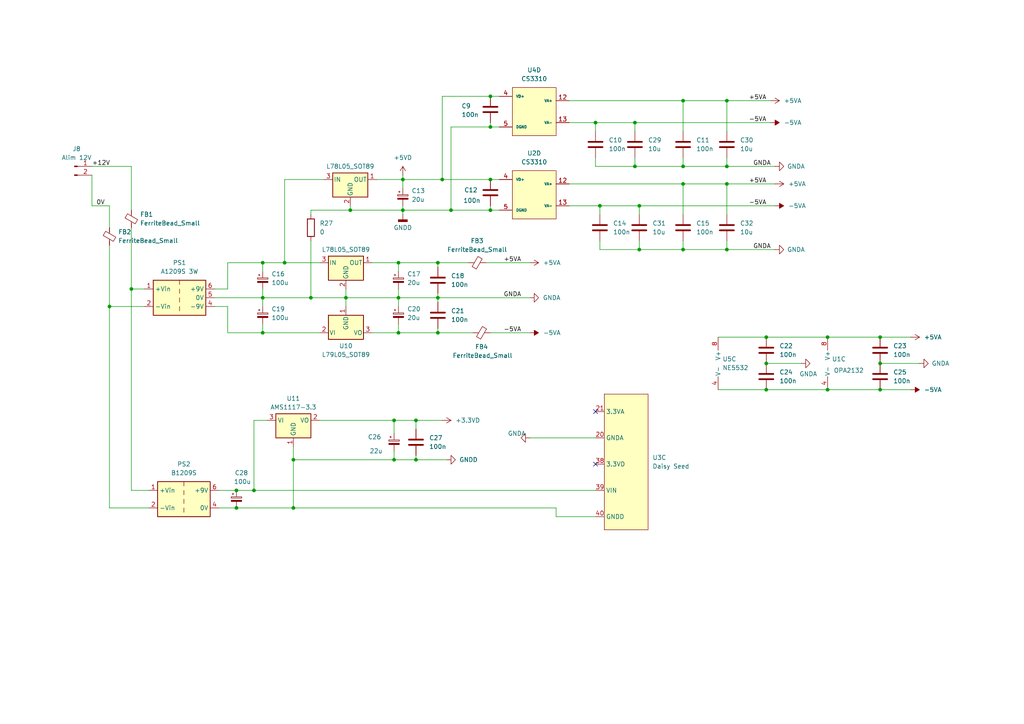
<source format=kicad_sch>
(kicad_sch (version 20250114) (generator "eeschema") (generator_version "9.0")
  (paper "A4")
  (lib_symbols
    (symbol "@Projet_sym:A1209S"
      (property "Reference" "PS" (at -7.62 6.35 0))
      (property "Value" "A1209S 2W" (at 1.27 6.35 0))
      (symbol "A1209S_0_0"
        (pin power_in line (at -10.16 2.54 0) (length 2.54) (name "+Vin") (number "1"))
        (pin power_in line (at -10.16 -2.54 0) (length 2.54) (name "-Vin") (number "2"))
        (pin power_out line (at 10.16 0 180) (length 2.54) (name "0V") (number "5"))
      )
      (symbol "A1209S_0_1"
        (rectangle (start -7.62 5.08) (end 7.62 -5.08) (stroke (width 0.254)) (fill (type background)))
        (polyline (pts (xy 0 5.08) (xy 0 3.81)))
        (polyline (pts (xy 0 2.54) (xy 0 1.27)))
        (polyline (pts (xy 0 0) (xy 0 -1.27)))
        (polyline (pts (xy 0 -2.54) (xy 0 -3.81)))
      )
      (symbol "A1209S_1_0"
        (pin power_out line (at 10.16 2.54 180) (length 2.54) (name "+9V") (number "6"))
        (pin power_out line (at 10.16 -2.54 180) (length 2.54) (name "-9V") (number "4"))
      )
    )
    (symbol "@Projet_sym:B1209S"
      (property "Reference" "PS" (at -7.62 6.35 0))
      (property "Value" "B1209S" (at 1.27 6.35 0))
      (symbol "B1209S_0_0"
        (pin power_in line (at -10.16 2.54 0) (length 2.54) (name "+Vin") (number "1"))
        (pin power_in line (at -10.16 -2.54 0) (length 2.54) (name "-Vin") (number "2"))
      )
      (symbol "B1209S_0_1"
        (rectangle (start -7.62 5.08) (end 7.62 -5.08) (stroke (width 0.254)) (fill (type background)))
        (polyline (pts (xy 0 5.08) (xy 0 3.81)))
        (polyline (pts (xy 0 2.54) (xy 0 1.27)))
        (polyline (pts (xy 0 0) (xy 0 -1.27)))
        (polyline (pts (xy 0 -2.54) (xy 0 -3.81)))
      )
      (symbol "B1209S_1_0"
        (pin power_out line (at 10.16 2.54 180) (length 2.54) (name "+9V") (number "6"))
        (pin power_out line (at 10.16 -2.54 180) (length 2.54) (name "0V") (number "4"))
      )
    )
    (symbol "@Projet_sym:CS3310" (pin_names (offset 1.016))
      (property "Reference" "U" (at -4.318 9.652 0))
      (property "Value" "CS3310" (at -1.524 7.366 0))
      (symbol "CS3310_1_1"
        (unit_name "Ana_Left")
        (polyline (pts (xy -6.35 0) (xy -5.08 0)))
        (polyline (pts (xy 6.223 0) (xy -5.08 5.715) (xy -5.08 -5.715) (xy 6.223 0)) (stroke (width 0.254)) (fill (type background)))
        (pin input line (at -8.89 0 0) (length 3.048) (name "AINL") (number "16"))
        (pin power_in line (at 0 -7.62 90) (length 4.318) (name "AGNDL") (number "15"))
        (pin output line (at 8.89 0 180) (length 2.794) (name "AOUTL") (number "14"))
      )
      (symbol "CS3310_2_1"
        (unit_name "Ana_Right")
        (polyline (pts (xy -6.35 0) (xy -5.08 0)))
        (polyline (pts (xy 6.223 0) (xy -5.08 5.715) (xy -5.08 -5.715) (xy 6.223 0)) (stroke (width 0.254)) (fill (type background)))
        (pin input line (at -8.89 0 0) (length 3.048) (name "AINR") (number "9"))
        (pin power_in line (at 0 -7.62 90) (length 4.318) (name "AGNDR") (number "10"))
        (pin output line (at 8.89 0 180) (length 2.794) (name "AOUTR") (number "11"))
      )
      (symbol "CS3310_3_1"
        (unit_name "Logic")
        (rectangle (start -7.62 5.08) (end 6.35 -16.51) (fill (type background)))
        (pin input line (at -12.7 2.54 0) (length 5.08) (name "SDATAI") (number "3"))
        (pin input inverted (at -12.7 -1.27 0) (length 5.08) (name "CS") (number "2"))
        (pin input line (at -12.7 -5.08 0) (length 5.08) (name "SCLK") (number "6"))
        (pin input inverted (at -12.7 -10.16 0) (length 5.08) (name "MUTE") (number "8"))
        (pin input line (at -12.7 -13.97 0) (length 5.08) (name "ZCEN") (number "1"))
        (pin output line (at 11.43 -13.97 180) (length 5.08) (name "SDATAO") (number "7"))
      )
      (symbol "CS3310_4_1"
        (unit_name "Alim")
        (rectangle (start -6.35 5.08) (end 6.35 -8.89) (fill (type background)))
        (pin power_in line (at -10.16 2.54 0) (length 3.81) (name "VD+") (number "4"))
        (pin power_in line (at -10.16 -6.35 0) (length 3.81) (name "DGND") (number "5"))
        (pin power_in line (at 10.16 1.27 180) (length 3.81) (name "VA+") (number "12"))
        (pin power_in line (at 10.16 -5.08 180) (length 3.81) (name "VA-") (number "13"))
      )
    )
    (symbol "@Projet_sym:Daisy_Seed"
      (symbol "Daisy_Seed_1_1"
        (unit_name "Audio")
        (rectangle (start -3.81 1.27) (end 5.08 -38.1) (fill (type background)))
        (pin input line (at -7.62 -1.27 0) (length 3.81) (name "INL") (number "16"))
        (pin input line (at -7.62 -11.43 0) (length 3.81) (name "INR") (number "17"))
        (pin output line (at -7.62 -25.4 0) (length 3.81) (name "OUTL") (number "18"))
        (pin output line (at -7.62 -35.56 0) (length 3.81) (name "OUTR") (number "19"))
      )
      (symbol "Daisy_Seed_2_1"
        (unit_name "E/S")
        (rectangle (start -8.89 1.27) (end 8.89 -62.23) (fill (type background)))
        (pin bidirectional line (at -12.7 -2.54 0) (length 3.81) (name "D15") (number "22"))
        (pin bidirectional line (at -12.7 -6.35 0) (length 3.81) (name "D16") (number "23"))
        (pin bidirectional line (at -12.7 -10.16 0) (length 3.81) (name "D17") (number "24"))
        (pin bidirectional line (at -12.7 -13.97 0) (length 3.81) (name "D18") (number "25"))
        (pin bidirectional line (at -12.7 -17.78 0) (length 3.81) (name "D19") (number "26"))
        (pin bidirectional line (at -12.7 -21.59 0) (length 3.81) (name "D20") (number "27"))
        (pin bidirectional line (at -12.7 -25.4 0) (length 3.81) (name "D21") (number "28"))
        (pin bidirectional line (at -12.7 -29.21 0) (length 3.81) (name "D22") (number "29"))
        (pin bidirectional line (at -12.7 -33.02 0) (length 3.81) (name "D23") (number "30"))
        (pin bidirectional line (at -12.7 -36.83 0) (length 3.81) (name "D24") (number "31"))
        (pin bidirectional line (at -12.7 -40.64 0) (length 3.81) (name "D25") (number "32"))
        (pin bidirectional line (at -12.7 -44.45 0) (length 3.81) (name "D26") (number "33"))
        (pin bidirectional line (at -12.7 -48.26 0) (length 3.81) (name "D27") (number "34"))
        (pin bidirectional line (at -12.7 -52.07 0) (length 3.81) (name "D28") (number "35"))
        (pin bidirectional line (at -12.7 -55.88 0) (length 3.81) (name "D29") (number "36"))
        (pin bidirectional line (at -12.7 -59.69 0) (length 3.81) (name "D30") (number "37"))
        (pin bidirectional line (at 12.7 -6.35 180) (length 3.81) (name "D14") (number "15"))
        (pin bidirectional line (at 12.7 -10.16 180) (length 3.81) (name "D13") (number "14"))
        (pin bidirectional line (at 12.7 -13.97 180) (length 3.81) (name "D12") (number "13"))
        (pin bidirectional line (at 12.7 -17.78 180) (length 3.81) (name "D11") (number "12"))
        (pin bidirectional line (at 12.7 -21.59 180) (length 3.81) (name "D10") (number "11"))
        (pin bidirectional line (at 12.7 -25.4 180) (length 3.81) (name "D9") (number "10"))
        (pin bidirectional line (at 12.7 -29.21 180) (length 3.81) (name "D8") (number "9"))
        (pin bidirectional line (at 12.7 -33.02 180) (length 3.81) (name "D7") (number "8"))
        (pin bidirectional line (at 12.7 -36.83 180) (length 3.81) (name "D6") (number "7"))
        (pin bidirectional line (at 12.7 -40.64 180) (length 3.81) (name "D5") (number "6"))
        (pin bidirectional line (at 12.7 -44.45 180) (length 3.81) (name "D4") (number "5"))
        (pin bidirectional line (at 12.7 -48.26 180) (length 3.81) (name "D3") (number "4"))
        (pin bidirectional line (at 12.7 -52.07 180) (length 3.81) (name "D2") (number "3"))
        (pin bidirectional line (at 12.7 -55.88 180) (length 3.81) (name "D1") (number "2"))
        (pin bidirectional line (at 12.7 -59.69 180) (length 3.81) (name "D0") (number "1"))
      )
      (symbol "Daisy_Seed_3_1"
        (unit_name "Alim")
        (rectangle (start -6.35 2.54) (end 6.35 -36.83) (fill (type background)))
        (pin input line (at -8.89 -2.54 0) (length 2.54) (name "3.3VA") (number "21"))
        (pin input line (at -8.89 -10.16 0) (length 2.54) (name "GNDA") (number "20"))
        (pin input line (at -8.89 -17.78 0) (length 2.54) (name "3.3VD") (number "38"))
        (pin input line (at -8.89 -25.4 0) (length 2.54) (name "VIN") (number "39"))
        (pin input line (at -8.89 -33.02 0) (length 2.54) (name "GNDD") (number "40"))
      )
    )
    (symbol "@Projet_sym:FerriteBead_Small" (pin_numbers (hide yes)) (pin_names (offset 0))
      (property "Reference" "FB" (at 1.905 1.27 0))
      (property "Value" "FerriteBead_Small" (at 1.905 -1.27 0))
      (symbol "FerriteBead_Small_0_1"
        (polyline (pts (xy -1.8288 0.2794) (xy -1.1176 1.4986) (xy 1.8288 -0.2032) (xy 1.1176 -1.4224) (xy -1.8288 0.2794)))
        (polyline (pts (xy 0 0.889) (xy 0 1.2954)))
        (polyline (pts (xy 0 -1.27) (xy 0 -0.7874)))
      )
      (symbol "FerriteBead_Small_1_1"
        (pin power_in line (at 0 2.54 270) (length 1.27) (name "~") (number "1"))
        (pin power_out line (at 0 -2.54 90) (length 1.27) (name "~") (number "2"))
      )
    )
    (symbol "Amplifier_Operational:NE5532" (pin_names (offset 0.127))
      (property "Reference" "U" (at 0 5.08 0))
      (property "Value" "NE5532" (at 0 -5.08 0))
      (symbol "NE5532_1_1"
        (polyline (pts (xy -5.08 5.08) (xy 5.08 0) (xy -5.08 -5.08) (xy -5.08 5.08)) (stroke (width 0.254)) (fill (type background)))
        (pin input line (at -7.62 2.54 0) (length 2.54) (name "+") (number "3"))
        (pin input line (at -7.62 -2.54 0) (length 2.54) (name "-") (number "2"))
        (pin output line (at 7.62 0 180) (length 2.54) (name "~") (number "1"))
      )
      (symbol "NE5532_2_1"
        (polyline (pts (xy -5.08 5.08) (xy 5.08 0) (xy -5.08 -5.08) (xy -5.08 5.08)) (stroke (width 0.254)) (fill (type background)))
        (pin input line (at -7.62 2.54 0) (length 2.54) (name "+") (number "5"))
        (pin input line (at -7.62 -2.54 0) (length 2.54) (name "-") (number "6"))
        (pin output line (at 7.62 0 180) (length 2.54) (name "~") (number "7"))
      )
      (symbol "NE5532_3_1"
        (pin power_in line (at -2.54 7.62 270) (length 3.81) (name "V+") (number "8"))
        (pin power_in line (at -2.54 -7.62 90) (length 3.81) (name "V-") (number "4"))
      )
    )
    (symbol "Amplifier_Operational:OPA2134" (pin_names (offset 0.127))
      (property "Reference" "U" (at 0 5.08 0))
      (property "Value" "OPA2134" (at 0 -5.08 0))
      (symbol "OPA2134_1_1"
        (polyline (pts (xy -5.08 5.08) (xy 5.08 0) (xy -5.08 -5.08) (xy -5.08 5.08)) (stroke (width 0.254)) (fill (type background)))
        (pin input line (at -7.62 2.54 0) (length 2.54) (name "+") (number "3"))
        (pin input line (at -7.62 -2.54 0) (length 2.54) (name "-") (number "2"))
        (pin output line (at 7.62 0 180) (length 2.54) (name "~") (number "1"))
      )
      (symbol "OPA2134_2_1"
        (polyline (pts (xy -5.08 5.08) (xy 5.08 0) (xy -5.08 -5.08) (xy -5.08 5.08)) (stroke (width 0.254)) (fill (type background)))
        (pin input line (at -7.62 2.54 0) (length 2.54) (name "+") (number "5"))
        (pin input line (at -7.62 -2.54 0) (length 2.54) (name "-") (number "6"))
        (pin output line (at 7.62 0 180) (length 2.54) (name "~") (number "7"))
      )
      (symbol "OPA2134_3_1"
        (pin power_in line (at -2.54 7.62 270) (length 3.81) (name "V+") (number "8"))
        (pin power_in line (at -2.54 -7.62 90) (length 3.81) (name "V-") (number "4"))
      )
    )
    (symbol "Connector:Conn_01x02_Pin" (pin_names (offset 1.016) (hide yes))
      (property "Reference" "J" (at 0 2.54 0))
      (property "Value" "Conn_01x02_Pin" (at 0 -5.08 0))
      (symbol "Conn_01x02_Pin_1_1"
        (rectangle (start 0.8636 0.127) (end 0 -0.127) (stroke (width 0.1524)) (fill (type outline)))
        (rectangle (start 0.8636 -2.413) (end 0 -2.667) (stroke (width 0.1524)) (fill (type outline)))
        (polyline (pts (xy 1.27 0) (xy 0.8636 0)) (stroke (width 0.1524)))
        (polyline (pts (xy 1.27 -2.54) (xy 0.8636 -2.54)) (stroke (width 0.1524)))
        (pin passive line (at 5.08 0 180) (length 3.81) (name "Pin_1") (number "1"))
        (pin passive line (at 5.08 -2.54 180) (length 3.81) (name "Pin_2") (number "2"))
      )
    )
    (symbol "Device:C" (pin_numbers (hide yes)) (pin_names (offset 0.254))
      (property "Reference" "C" (at 0.635 2.54 0))
      (property "Value" "C" (at 0.635 -2.54 0))
      (symbol "C_0_1"
        (polyline (pts (xy -2.032 0.762) (xy 2.032 0.762)) (stroke (width 0.508)))
        (polyline (pts (xy -2.032 -0.762) (xy 2.032 -0.762)) (stroke (width 0.508)))
      )
      (symbol "C_1_1"
        (pin passive line (at 0 3.81 270) (length 2.794) (name "~") (number "1"))
        (pin passive line (at 0 -3.81 90) (length 2.794) (name "~") (number "2"))
      )
    )
    (symbol "Device:C_Polarized_Small" (pin_numbers (hide yes)) (pin_names (offset 0.254) (hide yes))
      (property "Reference" "C" (at 0.254 1.778 0))
      (property "Value" "C_Polarized_Small" (at 0.254 -2.032 0))
      (symbol "C_Polarized_Small_0_1"
        (rectangle (start -1.524 0.6858) (end 1.524 0.3048))
        (rectangle (start -1.524 -0.3048) (end 1.524 -0.6858) (fill (type outline)))
        (polyline (pts (xy -1.27 1.524) (xy -0.762 1.524)))
        (polyline (pts (xy -1.016 1.27) (xy -1.016 1.778)))
      )
      (symbol "C_Polarized_Small_1_1"
        (pin passive line (at 0 2.54 270) (length 1.8542) (name "~") (number "1"))
        (pin passive line (at 0 -2.54 90) (length 1.8542) (name "~") (number "2"))
      )
    )
    (symbol "Device:R" (pin_numbers (hide yes)) (pin_names (offset 0))
      (property "Reference" "R" (at 2.032 0 90))
      (property "Value" "R" (at 0 0 90))
      (symbol "R_0_1"
        (rectangle (start -1.016 -2.54) (end 1.016 2.54) (stroke (width 0.254)))
      )
      (symbol "R_1_1"
        (pin passive line (at 0 3.81 270) (length 1.27) (name "~") (number "1"))
        (pin passive line (at 0 -3.81 90) (length 1.27) (name "~") (number "2"))
      )
    )
    (symbol "Regulator_Linear:AMS1117-3.3"
      (property "Reference" "U" (at -3.81 3.175 0))
      (property "Value" "AMS1117-3.3" (at 0 3.175 0))
      (symbol "AMS1117-3.3_0_1"
        (rectangle (start -5.08 -5.08) (end 5.08 1.905) (stroke (width 0.254)) (fill (type background)))
      )
      (symbol "AMS1117-3.3_1_1"
        (pin power_in line (at -7.62 0 0) (length 2.54) (name "VI") (number "3"))
        (pin power_in line (at 0 -7.62 90) (length 2.54) (name "GND") (number "1"))
        (pin power_out line (at 7.62 0 180) (length 2.54) (name "VO") (number "2"))
      )
    )
    (symbol "Regulator_Linear:L78L05_SOT89" (pin_names (offset 0.254))
      (property "Reference" "U" (at -3.81 3.175 0))
      (property "Value" "L78L05_SOT89" (at -0.635 3.175 0))
      (symbol "L78L05_SOT89_0_1"
        (rectangle (start -5.08 1.905) (end 5.08 -5.08) (stroke (width 0.254)) (fill (type background)))
      )
      (symbol "L78L05_SOT89_1_1"
        (pin power_in line (at -7.62 0 0) (length 2.54) (name "IN") (number "3"))
        (pin power_in line (at 0 -7.62 90) (length 2.54) (name "GND") (number "2"))
        (pin power_out line (at 7.62 0 180) (length 2.54) (name "OUT") (number "1"))
      )
    )
    (symbol "Regulator_Linear:L79L05_SOT89" (pin_names (offset 0.254))
      (property "Reference" "U" (at -3.81 -3.175 0))
      (property "Value" "L79L05_SOT89" (at 0 -3.175 0))
      (symbol "L79L05_SOT89_0_1"
        (rectangle (start -5.08 5.08) (end 5.08 -1.905) (stroke (width 0.254)) (fill (type background)))
      )
      (symbol "L79L05_SOT89_1_1"
        (pin power_in line (at -7.62 0 0) (length 2.54) (name "VI") (number "2"))
        (pin power_in line (at 0 7.62 270) (length 2.54) (name "GND") (number "1"))
        (pin power_out line (at 7.62 0 180) (length 2.54) (name "VO") (number "3"))
      )
    )
    (symbol "power:+5VA" (power) (pin_numbers (hide yes)) (pin_names (offset 0) (hide yes))
      (property "Value" "+5VA" (at 0 3.556 0))
      (symbol "+5VA_0_1"
        (polyline (pts (xy -0.762 1.27) (xy 0 2.54)))
        (polyline (pts (xy 0 2.54) (xy 0.762 1.27)))
        (polyline (pts (xy 0 0) (xy 0 2.54)))
      )
      (symbol "+5VA_1_1"
        (pin power_in line (at 0 0 90) (length 0) (name "~") (number "1"))
      )
    )
    (symbol "power:+5VD" (power) (pin_numbers (hide yes)) (pin_names (offset 0) (hide yes))
      (property "Value" "+5VD" (at 0 3.556 0))
      (symbol "+5VD_0_1"
        (polyline (pts (xy -0.762 1.27) (xy 0 2.54)))
        (polyline (pts (xy 0 2.54) (xy 0.762 1.27)))
        (polyline (pts (xy 0 0) (xy 0 2.54)))
      )
      (symbol "+5VD_1_1"
        (pin power_in line (at 0 0 90) (length 0) (name "~") (number "1"))
      )
    )
    (symbol "power:-5VA" (power) (pin_numbers (hide yes)) (pin_names (offset 0) (hide yes))
      (property "Value" "-5VA" (at 0 3.556 0))
      (symbol "-5VA_0_0"
        (pin power_in line (at 0 0 90) (length 0) (name "~") (number "1"))
      )
      (symbol "-5VA_0_1"
        (polyline (pts (xy 0 0) (xy 0 1.27) (xy 0.762 1.27) (xy 0 2.54) (xy -0.762 1.27) (xy 0 1.27)) (fill (type outline)))
      )
    )
    (symbol "power:GNDA" (power) (pin_numbers (hide yes)) (pin_names (offset 0) (hide yes))
      (property "Value" "GNDA" (at 0 -3.81 0))
      (symbol "GNDA_0_1"
        (polyline (pts (xy 0 0) (xy 0 -1.27) (xy 1.27 -1.27) (xy 0 -2.54) (xy -1.27 -1.27) (xy 0 -1.27)))
      )
      (symbol "GNDA_1_1"
        (pin power_in line (at 0 0 270) (length 0) (name "~") (number "1"))
      )
    )
    (symbol "power:GNDD" (power) (pin_numbers (hide yes)) (pin_names (offset 0) (hide yes))
      (property "Value" "GNDD" (at 0 -3.175 0))
      (symbol "GNDD_0_1"
        (rectangle (start -1.27 -1.524) (end 1.27 -2.032) (stroke (width 0.254)) (fill (type outline)))
        (polyline (pts (xy 0 0) (xy 0 -1.524)))
      )
      (symbol "GNDD_1_1"
        (pin power_in line (at 0 0 270) (length 0) (name "~") (number "1"))
      )
    )
  )
  (junction (at 222.25 105.41))
  (junction (at 255.27 105.41))
  (junction (at 115.57 86.36))
  (junction (at 210.82 72.39))
  (junction (at 116.84 60.96))
  (junction (at 76.2 76.2))
  (junction (at 130.81 60.96))
  (junction (at 38.1 83.82))
  (junction (at 240.03 113.03))
  (junction (at 82.55 76.2))
  (junction (at 76.2 96.52))
  (junction (at 85.09 147.32))
  (junction (at 90.17 86.36))
  (junction (at 184.15 48.26))
  (junction (at 101.6 60.96))
  (junction (at 184.15 35.56))
  (junction (at 142.24 27.94))
  (junction (at 120.65 121.92))
  (junction (at 198.12 72.39))
  (junction (at 210.82 29.21))
  (junction (at 115.57 76.2))
  (junction (at 173.99 59.69))
  (junction (at 222.25 97.79))
  (junction (at 142.24 60.96))
  (junction (at 31.75 88.9))
  (junction (at 68.58 147.32))
  (junction (at 198.12 29.21))
  (junction (at 210.82 48.26))
  (junction (at 100.33 86.36))
  (junction (at 222.25 113.03))
  (junction (at 127 86.36))
  (junction (at 185.42 72.39))
  (junction (at 115.57 96.52))
  (junction (at 85.09 133.35))
  (junction (at 114.3 133.35))
  (junction (at 198.12 53.34))
  (junction (at 142.24 36.83))
  (junction (at 76.2 86.36))
  (junction (at 114.3 121.92))
  (junction (at 73.66 142.24))
  (junction (at 240.03 97.79))
  (junction (at 185.42 59.69))
  (junction (at 255.27 97.79))
  (junction (at 120.65 133.35))
  (junction (at 210.82 53.34))
  (junction (at 116.84 52.07))
  (junction (at 198.12 48.26))
  (junction (at 172.72 35.56))
  (junction (at 128.27 52.07))
  (junction (at 127 76.2))
  (junction (at 255.27 113.03))
  (junction (at 127 96.52))
  (junction (at 142.24 52.07))
  (junction (at 68.58 142.24))
  (no_connect (at 172.72 134.62))
  (no_connect (at 172.72 119.38))
  (wire (pts (xy 198.12 29.21) (xy 198.12 38.1)))
  (wire (pts (xy 127 76.2) (xy 135.89 76.2)))
  (wire (pts (xy 114.3 133.35) (xy 120.65 133.35)))
  (wire (pts (xy 165.1 59.69) (xy 173.99 59.69)))
  (wire (pts (xy 210.82 72.39) (xy 224.79 72.39)))
  (wire (pts (xy 115.57 96.52) (xy 127 96.52)))
  (wire (pts (xy 114.3 121.92) (xy 120.65 121.92)))
  (wire (pts (xy 66.04 83.82) (xy 66.04 76.2)))
  (wire (pts (xy 210.82 48.26) (xy 224.79 48.26)))
  (wire (pts (xy 76.2 86.36) (xy 76.2 88.9)))
  (wire (pts (xy 184.15 35.56) (xy 184.15 38.1)))
  (wire (pts (xy 120.65 133.35) (xy 129.54 133.35)))
  (wire (pts (xy 210.82 69.85) (xy 210.82 72.39)))
  (wire (pts (xy 165.1 35.56) (xy 172.72 35.56)))
  (wire (pts (xy 127 85.09) (xy 127 86.36)))
  (wire (pts (xy 120.65 133.35) (xy 120.65 132.08)))
  (wire (pts (xy 210.82 29.21) (xy 223.52 29.21)))
  (wire (pts (xy 66.04 76.2) (xy 76.2 76.2)))
  (wire (pts (xy 198.12 53.34) (xy 198.12 62.23)))
  (wire (pts (xy 38.1 142.24) (xy 43.18 142.24)))
  (wire (pts (xy 185.42 59.69) (xy 224.79 59.69)))
  (wire (pts (xy 76.2 83.82) (xy 76.2 86.36)))
  (wire (pts (xy 100.33 83.82) (xy 100.33 86.36)))
  (wire (pts (xy 240.03 97.79) (xy 255.27 97.79)))
  (wire (pts (xy 62.23 88.9) (xy 66.04 88.9)))
  (wire (pts (xy 142.24 60.96) (xy 144.78 60.96)))
  (wire (pts (xy 85.09 133.35) (xy 85.09 147.32)))
  (wire (pts (xy 172.72 35.56) (xy 184.15 35.56)))
  (wire (pts (xy 173.99 69.85) (xy 173.99 72.39)))
  (wire (pts (xy 144.78 27.94) (xy 142.24 27.94)))
  (wire (pts (xy 100.33 86.36) (xy 115.57 86.36)))
  (wire (pts (xy 115.57 93.98) (xy 115.57 96.52)))
  (wire (pts (xy 101.6 60.96) (xy 116.84 60.96)))
  (wire (pts (xy 90.17 86.36) (xy 100.33 86.36)))
  (wire (pts (xy 38.1 66.04) (xy 38.1 83.82)))
  (wire (pts (xy 144.78 36.83) (xy 142.24 36.83)))
  (wire (pts (xy 116.84 50.8) (xy 116.84 52.07)))
  (wire (pts (xy 130.81 36.83) (xy 130.81 60.96)))
  (wire (pts (xy 38.1 48.26) (xy 38.1 60.96)))
  (wire (pts (xy 161.29 149.86) (xy 161.29 147.32)))
  (wire (pts (xy 222.25 113.03) (xy 240.03 113.03)))
  (wire (pts (xy 222.25 97.79) (xy 240.03 97.79)))
  (wire (pts (xy 185.42 69.85) (xy 185.42 72.39)))
  (wire (pts (xy 114.3 121.92) (xy 114.3 125.73)))
  (wire (pts (xy 208.28 97.79) (xy 222.25 97.79)))
  (wire (pts (xy 127 96.52) (xy 137.16 96.52)))
  (wire (pts (xy 120.65 121.92) (xy 120.65 124.46)))
  (wire (pts (xy 107.95 76.2) (xy 115.57 76.2)))
  (wire (pts (xy 63.5 147.32) (xy 68.58 147.32)))
  (wire (pts (xy 85.09 133.35) (xy 114.3 133.35)))
  (wire (pts (xy 116.84 52.07) (xy 116.84 54.61)))
  (wire (pts (xy 116.84 52.07) (xy 128.27 52.07)))
  (wire (pts (xy 115.57 83.82) (xy 115.57 86.36)))
  (wire (pts (xy 165.1 53.34) (xy 198.12 53.34)))
  (wire (pts (xy 185.42 72.39) (xy 198.12 72.39)))
  (wire (pts (xy 198.12 69.85) (xy 198.12 72.39)))
  (wire (pts (xy 198.12 53.34) (xy 210.82 53.34)))
  (wire (pts (xy 93.98 52.07) (xy 82.55 52.07)))
  (wire (pts (xy 90.17 62.23) (xy 90.17 60.96)))
  (wire (pts (xy 165.1 29.21) (xy 198.12 29.21)))
  (wire (pts (xy 210.82 53.34) (xy 224.79 53.34)))
  (wire (pts (xy 184.15 45.72) (xy 184.15 48.26)))
  (wire (pts (xy 140.97 76.2) (xy 153.67 76.2)))
  (wire (pts (xy 116.84 60.96) (xy 116.84 62.23)))
  (wire (pts (xy 101.6 60.96) (xy 101.6 59.69)))
  (wire (pts (xy 240.03 113.03) (xy 255.27 113.03)))
  (wire (pts (xy 153.67 127) (xy 172.72 127)))
  (wire (pts (xy 82.55 52.07) (xy 82.55 76.2)))
  (wire (pts (xy 198.12 72.39) (xy 210.82 72.39)))
  (wire (pts (xy 107.95 96.52) (xy 115.57 96.52)))
  (wire (pts (xy 62.23 83.82) (xy 66.04 83.82)))
  (wire (pts (xy 142.24 27.94) (xy 128.27 27.94)))
  (wire (pts (xy 26.67 48.26) (xy 38.1 48.26)))
  (wire (pts (xy 161.29 149.86) (xy 172.72 149.86)))
  (wire (pts (xy 127 76.2) (xy 127 77.47)))
  (wire (pts (xy 116.84 60.96) (xy 130.81 60.96)))
  (wire (pts (xy 128.27 27.94) (xy 128.27 52.07)))
  (wire (pts (xy 222.25 105.41) (xy 232.41 105.41)))
  (wire (pts (xy 184.15 35.56) (xy 223.52 35.56)))
  (wire (pts (xy 127 96.52) (xy 127 95.25)))
  (wire (pts (xy 142.24 36.83) (xy 130.81 36.83)))
  (wire (pts (xy 26.67 59.69) (xy 31.75 59.69)))
  (wire (pts (xy 62.23 86.36) (xy 76.2 86.36)))
  (wire (pts (xy 173.99 59.69) (xy 185.42 59.69)))
  (wire (pts (xy 116.84 59.69) (xy 116.84 60.96)))
  (wire (pts (xy 115.57 76.2) (xy 115.57 78.74)))
  (wire (pts (xy 130.81 60.96) (xy 142.24 60.96)))
  (wire (pts (xy 31.75 88.9) (xy 31.75 71.12)))
  (wire (pts (xy 68.58 147.32) (xy 85.09 147.32)))
  (wire (pts (xy 38.1 83.82) (xy 41.91 83.82)))
  (wire (pts (xy 255.27 97.79) (xy 264.16 97.79)))
  (wire (pts (xy 198.12 45.72) (xy 198.12 48.26)))
  (wire (pts (xy 120.65 121.92) (xy 128.27 121.92)))
  (wire (pts (xy 31.75 66.04) (xy 31.75 59.69)))
  (wire (pts (xy 92.71 121.92) (xy 114.3 121.92)))
  (wire (pts (xy 142.24 59.69) (xy 142.24 60.96)))
  (wire (pts (xy 76.2 86.36) (xy 90.17 86.36)))
  (wire (pts (xy 77.47 121.92) (xy 73.66 121.92)))
  (wire (pts (xy 38.1 83.82) (xy 38.1 142.24)))
  (wire (pts (xy 172.72 35.56) (xy 172.72 38.1)))
  (wire (pts (xy 127 86.36) (xy 153.67 86.36)))
  (wire (pts (xy 198.12 29.21) (xy 210.82 29.21)))
  (wire (pts (xy 68.58 142.24) (xy 73.66 142.24)))
  (wire (pts (xy 73.66 121.92) (xy 73.66 142.24)))
  (wire (pts (xy 210.82 45.72) (xy 210.82 48.26)))
  (wire (pts (xy 76.2 76.2) (xy 76.2 78.74)))
  (wire (pts (xy 127 86.36) (xy 127 87.63)))
  (wire (pts (xy 90.17 60.96) (xy 101.6 60.96)))
  (wire (pts (xy 73.66 142.24) (xy 172.72 142.24)))
  (wire (pts (xy 31.75 147.32) (xy 43.18 147.32)))
  (wire (pts (xy 210.82 29.21) (xy 210.82 38.1)))
  (wire (pts (xy 142.24 35.56) (xy 142.24 36.83)))
  (wire (pts (xy 185.42 59.69) (xy 185.42 62.23)))
  (wire (pts (xy 31.75 88.9) (xy 41.91 88.9)))
  (wire (pts (xy 82.55 76.2) (xy 92.71 76.2)))
  (wire (pts (xy 90.17 86.36) (xy 90.17 69.85)))
  (wire (pts (xy 100.33 86.36) (xy 100.33 88.9)))
  (wire (pts (xy 184.15 48.26) (xy 198.12 48.26)))
  (wire (pts (xy 109.22 52.07) (xy 116.84 52.07)))
  (wire (pts (xy 76.2 93.98) (xy 76.2 96.52)))
  (wire (pts (xy 210.82 62.23) (xy 210.82 53.34)))
  (wire (pts (xy 115.57 86.36) (xy 115.57 88.9)))
  (wire (pts (xy 142.24 96.52) (xy 153.67 96.52)))
  (wire (pts (xy 173.99 59.69) (xy 173.99 62.23)))
  (wire (pts (xy 173.99 72.39) (xy 185.42 72.39)))
  (wire (pts (xy 63.5 142.24) (xy 68.58 142.24)))
  (wire (pts (xy 114.3 130.81) (xy 114.3 133.35)))
  (wire (pts (xy 172.72 48.26) (xy 184.15 48.26)))
  (wire (pts (xy 66.04 88.9) (xy 66.04 96.52)))
  (wire (pts (xy 66.04 96.52) (xy 76.2 96.52)))
  (wire (pts (xy 31.75 147.32) (xy 31.75 88.9)))
  (wire (pts (xy 85.09 129.54) (xy 85.09 133.35)))
  (wire (pts (xy 128.27 52.07) (xy 142.24 52.07)))
  (wire (pts (xy 76.2 96.52) (xy 92.71 96.52)))
  (wire (pts (xy 115.57 86.36) (xy 127 86.36)))
  (wire (pts (xy 26.67 50.8) (xy 26.67 59.69)))
  (wire (pts (xy 255.27 113.03) (xy 264.16 113.03)))
  (wire (pts (xy 76.2 76.2) (xy 82.55 76.2)))
  (wire (pts (xy 142.24 52.07) (xy 144.78 52.07)))
  (wire (pts (xy 172.72 45.72) (xy 172.72 48.26)))
  (wire (pts (xy 85.09 147.32) (xy 161.29 147.32)))
  (wire (pts (xy 115.57 76.2) (xy 127 76.2)))
  (wire (pts (xy 208.28 113.03) (xy 222.25 113.03)))
  (wire (pts (xy 198.12 48.26) (xy 210.82 48.26)))
  (wire (pts (xy 255.27 105.41) (xy 266.7 105.41)))
  (label "GNDA" (at 146.05 86.36 0))
  (label "GNDA" (at 218.44 48.26 0))
  (label "+12V" (at 26.67 48.26 0))
  (label "+5VA" (at 146.05 76.2 0))
  (label "+5VA" (at 217.17 29.21 0))
  (label "GNDA" (at 218.44 72.39 0))
  (label "-5VA" (at 217.17 59.69 0))
  (label "+5VA" (at 217.17 53.34 0))
  (label "-5VA" (at 146.05 96.52 0))
  (label "-5VA" (at 217.17 35.56 0))
  (label "0V" (at 27.94 59.69 0))
  (symbol (lib_id "power:-5VA") (at 223.52 35.56 270) (unit 1)
    (property "Reference" "#PWR014" (effects (hide yes)))
    (property "Value" "-5VA" (at 227.33 35.5599 90) (effects (justify left)))
    (property "Description" "Power symbol creates a global label with name \"-5VA\"" (effects (hide yes)))
  )
  (symbol (lib_id "Device:C") (at 198.12 41.91 0) (unit 1)
    (property "Reference" "C11" (at 201.93 40.6399 0) (effects (justify left)))
    (property "Value" "100n" (at 201.93 43.1799 0) (effects (justify left)))
    (property "Footprint" "Capacitor_SMD:C_0805_2012Metric_Pad1.18x1.45mm_HandSolder" (effects (hide yes)))
    (property "Description" "Unpolarized capacitor" (effects (hide yes)))
  )
  (symbol (lib_id "Device:C") (at 127 81.28 0) (unit 1)
    (property "Reference" "C18" (at 130.81 80.0099 0) (effects (justify left)))
    (property "Value" "100n" (at 130.81 82.5499 0) (effects (justify left)))
    (property "Footprint" "Capacitor_SMD:C_0805_2012Metric_Pad1.18x1.45mm_HandSolder" (effects (hide yes)))
    (property "Description" "Unpolarized capacitor" (effects (hide yes)))
  )
  (symbol (lib_id "power:-5VA") (at 224.79 59.69 270) (unit 1)
    (property "Reference" "#PWR018" (effects (hide yes)))
    (property "Value" "-5VA" (at 228.6 59.6899 90) (effects (justify left)))
    (property "Description" "Power symbol creates a global label with name \"-5VA\"" (effects (hide yes)))
  )
  (symbol (lib_id "@Projet_sym:FerriteBead_Small") (at 139.7 96.52 90) (unit 1)
    (property "Reference" "FB4" (at 139.7 100.584 90))
    (property "Value" "FerriteBead_Small" (at 139.954 103.124 90))
    (property "Footprint" "Inductor_SMD:L_0805_2012Metric_Pad1.15x1.40mm_HandSolder" (effects (hide yes)))
    (property "Description" "Ferrite bead, small symbol" (effects (hide yes)))
  )
  (symbol (lib_id "Device:C") (at 185.42 66.04 0) (unit 1)
    (property "Reference" "C31" (at 189.23 64.7699 0) (effects (justify left)))
    (property "Value" "10u" (at 189.23 67.3099 0) (effects (justify left)))
    (property "Footprint" "Capacitor_SMD:C_1206_3216Metric_Pad1.33x1.80mm_HandSolder" (effects (hide yes)))
    (property "Description" "Unpolarized capacitor" (effects (hide yes)))
  )
  (symbol (lib_id "Regulator_Linear:L78L05_SOT89") (at 101.6 52.07 0) (unit 1)
    (property "Reference" "U8" (effects (hide yes)))
    (property "Value" "L78L05_SOT89" (at 101.6 48.26 0))
    (property "Footprint" "Package_TO_SOT_SMD:SOT-89-3" (effects (hide yes)))
    (property "Datasheet" "http://www.st.com/content/ccc/resource/technical/document/datasheet/15/55/e5/aa/23/5b/43/fd/CD00000446.pdf/files/CD00000446.pdf/jcr:content/translations/en.CD00000446.pdf" (effects (hide yes)))
    (property "Description" "Positive 100mA 30V Linear Regulator, Fixed Output 5V, SOT-89" (effects (hide yes)))
  )
  (symbol (lib_id "Regulator_Linear:L78L05_SOT89") (at 100.33 76.2 0) (unit 1)
    (property "Reference" "U9" (effects (hide yes)))
    (property "Value" "L78L05_SOT89" (at 100.33 72.39 0))
    (property "Footprint" "Package_TO_SOT_SMD:SOT-89-3" (effects (hide yes)))
    (property "Datasheet" "http://www.st.com/content/ccc/resource/technical/document/datasheet/15/55/e5/aa/23/5b/43/fd/CD00000446.pdf/files/CD00000446.pdf/jcr:content/translations/en.CD00000446.pdf" (effects (hide yes)))
    (property "Description" "Positive 100mA 30V Linear Regulator, Fixed Output 5V, SOT-89" (effects (hide yes)))
  )
  (symbol (lib_id "Device:C_Polarized_Small") (at 114.3 128.27 0) (unit 1)
    (property "Reference" "C26" (at 106.68 126.746 0) (effects (justify left)))
    (property "Value" "22u" (at 107.188 130.81 0) (effects (justify left)))
    (property "Footprint" "Capacitor_SMD:CP_Elec_5x5.4" (effects (hide yes)))
    (property "Description" "Polarized capacitor, small symbol" (effects (hide yes)))
  )
  (symbol (lib_id "power:+5VA") (at 153.67 76.2 270) (unit 1)
    (property "Reference" "#PWR021" (effects (hide yes)))
    (property "Value" "+5VA" (at 157.48 76.1999 90) (effects (justify left)))
    (property "Description" "Power symbol creates a global label with name \"+5VA\"" (effects (hide yes)))
  )
  (symbol (lib_id "power:+5VA") (at 223.52 29.21 270) (unit 1)
    (property "Reference" "#PWR013" (effects (hide yes)))
    (property "Value" "+5VA" (at 227.33 29.2099 90) (effects (justify left)))
    (property "Description" "Power symbol creates a global label with name \"+5VA\"" (effects (hide yes)))
  )
  (symbol (lib_id "Device:C") (at 210.82 41.91 0) (unit 1)
    (property "Reference" "C30" (at 214.63 40.6399 0) (effects (justify left)))
    (property "Value" "10u" (at 214.63 43.1799 0) (effects (justify left)))
    (property "Footprint" "Capacitor_SMD:C_1206_3216Metric_Pad1.33x1.80mm_HandSolder" (effects (hide yes)))
    (property "Description" "Unpolarized capacitor" (effects (hide yes)))
  )
  (symbol (lib_id "@Projet_sym:CS3310") (at 154.94 54.61 0) (unit 4)
    (property "Reference" "U2" (at 154.94 44.45 0))
    (property "Value" "CS3310" (at 154.94 46.99 0))
    (property "Footprint" "Package_SO:SOIC-16W_7.5x10.3mm_P1.27mm" (effects (hide yes)))
  )
  (symbol (lib_id "@Projet_sym:Daisy_Seed") (at 181.61 116.84 0) (unit 3)
    (property "Reference" "U3" (at 189.23 132.7149 0) (effects (justify left)))
    (property "Value" "Daisy Seed" (at 189.23 135.2549 0) (effects (justify left)))
    (property "Footprint" "Package_DIP:DIP-40_W15.24mm_Socket_LongPads" (effects (hide yes)))
  )
  (symbol (lib_id "Device:C") (at 210.82 66.04 0) (unit 1)
    (property "Reference" "C32" (at 214.63 64.7699 0) (effects (justify left)))
    (property "Value" "10u" (at 214.63 67.3099 0) (effects (justify left)))
    (property "Footprint" "Capacitor_SMD:C_1206_3216Metric_Pad1.33x1.80mm_HandSolder" (effects (hide yes)))
    (property "Description" "Unpolarized capacitor" (effects (hide yes)))
  )
  (symbol (lib_id "power:GNDA") (at 224.79 48.26 90) (unit 1)
    (property "Reference" "#PWR015" (effects (hide yes)))
    (property "Value" "GNDA" (at 230.886 48.26 90))
    (property "Description" "Power symbol creates a global label with name \"GNDA\" , analog ground" (effects (hide yes)))
  )
  (symbol (lib_id "Device:C") (at 172.72 41.91 0) (unit 1)
    (property "Reference" "C10" (at 176.53 40.6399 0) (effects (justify left)))
    (property "Value" "100n" (at 176.53 43.1799 0) (effects (justify left)))
    (property "Footprint" "Capacitor_SMD:C_0805_2012Metric_Pad1.18x1.45mm_HandSolder" (effects (hide yes)))
    (property "Description" "Unpolarized capacitor" (effects (hide yes)))
  )
  (symbol (lib_id "Device:C") (at 127 91.44 0) (unit 1)
    (property "Reference" "C21" (at 130.81 90.1699 0) (effects (justify left)))
    (property "Value" "100n" (at 130.81 92.7099 0) (effects (justify left)))
    (property "Footprint" "Capacitor_SMD:C_0805_2012Metric_Pad1.18x1.45mm_HandSolder" (effects (hide yes)))
    (property "Description" "Unpolarized capacitor" (effects (hide yes)))
  )
  (symbol (lib_id "Device:C_Polarized_Small") (at 116.84 57.15 0) (unit 1)
    (property "Reference" "C13" (at 119.38 55.3338 0) (effects (justify left)))
    (property "Value" "20u" (at 119.38 57.8738 0) (effects (justify left)))
    (property "Footprint" "Capacitor_SMD:CP_Elec_5x5.4" (effects (hide yes)))
    (property "Description" "Polarized capacitor, small symbol" (effects (hide yes)))
  )
  (symbol (lib_id "Connector:Conn_01x02_Pin") (at 21.59 48.26 0) (unit 1)
    (property "Reference" "J8" (at 22.225 43.18 0))
    (property "Value" "Alim 12V" (at 22.225 45.72 0))
    (property "Footprint" "Connector_PinHeader_2.54mm:PinHeader_1x02_P2.54mm_Vertical" (effects (hide yes)))
    (property "Description" "Generic connector, single row, 01x02, script generated" (effects (hide yes)))
  )
  (symbol (lib_id "Device:C_Polarized_Small") (at 76.2 91.44 0) (unit 1)
    (property "Reference" "C19" (at 78.74 89.6238 0) (effects (justify left)))
    (property "Value" "100u" (at 78.74 92.1638 0) (effects (justify left)))
    (property "Footprint" "Capacitor_SMD:CP_Elec_6.3x7.7" (effects (hide yes)))
    (property "Description" "Polarized capacitor, small symbol" (effects (hide yes)))
  )
  (symbol (lib_id "Device:C") (at 222.25 109.22 0) (unit 1)
    (property "Reference" "C24" (at 226.06 107.9499 0) (effects (justify left)))
    (property "Value" "100n" (at 226.06 110.4899 0) (effects (justify left)))
    (property "Footprint" "Capacitor_SMD:C_0805_2012Metric_Pad1.18x1.45mm_HandSolder" (effects (hide yes)))
    (property "Description" "Unpolarized capacitor" (effects (hide yes)))
  )
  (symbol (lib_id "power:GNDA") (at 129.54 133.35 90) (unit 1)
    (property "Reference" "#PWR030" (effects (hide yes)))
    (property "Value" "GNDD" (at 135.89 133.35 90))
    (property "Description" "Power symbol creates a global label with name \"GNDA\" , analog ground" (effects (hide yes)))
  )
  (symbol (lib_id "power:GNDA") (at 266.7 105.41 90) (unit 1)
    (property "Reference" "#PWR026" (effects (hide yes)))
    (property "Value" "GNDA" (at 272.796 105.41 90))
    (property "Description" "Power symbol creates a global label with name \"GNDA\" , analog ground" (effects (hide yes)))
  )
  (symbol (lib_id "Device:C") (at 142.24 55.88 0) (unit 1)
    (property "Reference" "C12" (at 134.62 55.118 0) (effects (justify left)))
    (property "Value" "100n" (at 134.366 58.166 0) (effects (justify left)))
    (property "Footprint" "Capacitor_SMD:C_0805_2012Metric_Pad1.18x1.45mm_HandSolder" (effects (hide yes)))
    (property "Description" "Unpolarized capacitor" (effects (hide yes)))
  )
  (symbol (lib_id "Device:C") (at 120.65 128.27 0) (unit 1)
    (property "Reference" "C27" (at 124.46 126.9999 0) (effects (justify left)))
    (property "Value" "100n" (at 124.46 129.5399 0) (effects (justify left)))
    (property "Footprint" "Capacitor_SMD:C_0805_2012Metric_Pad1.18x1.45mm_HandSolder" (effects (hide yes)))
    (property "Description" "Unpolarized capacitor" (effects (hide yes)))
  )
  (symbol (lib_id "Device:C_Polarized_Small") (at 68.58 144.78 0) (unit 1)
    (property "Reference" "C28" (at 68.072 137.16 0) (effects (justify left)))
    (property "Value" "100u" (at 67.818 139.7 0) (effects (justify left)))
    (property "Footprint" "Capacitor_SMD:CP_Elec_6.3x7.7" (effects (hide yes)))
    (property "Description" "Polarized capacitor, small symbol" (effects (hide yes)))
  )
  (symbol (lib_id "Device:R") (at 90.17 66.04 0) (unit 1)
    (property "Reference" "R27" (at 92.71 64.7699 0) (effects (justify left)))
    (property "Value" "0" (at 92.71 67.3099 0) (effects (justify left)))
    (property "Footprint" "Resistor_SMD:R_1206_3216Metric_Pad1.30x1.75mm_HandSolder" (effects (hide yes)))
    (property "Description" "Resistor" (effects (hide yes)))
  )
  (symbol (lib_id "power:GNDA") (at 232.41 105.41 90) (unit 1)
    (property "Reference" "#PWR025" (effects (hide yes)))
    (property "Value" "GNDA" (at 234.442 108.458 90))
    (property "Description" "Power symbol creates a global label with name \"GNDA\" , analog ground" (effects (hide yes)))
  )
  (symbol (lib_id "Device:C") (at 184.15 41.91 0) (unit 1)
    (property "Reference" "C29" (at 187.96 40.6399 0) (effects (justify left)))
    (property "Value" "10u" (at 187.96 43.1799 0) (effects (justify left)))
    (property "Footprint" "Capacitor_SMD:C_1206_3216Metric_Pad1.33x1.80mm_HandSolder" (effects (hide yes)))
    (property "Description" "Unpolarized capacitor" (effects (hide yes)))
  )
  (symbol (lib_id "@Projet_sym:B1209S") (at 53.34 144.78 0) (unit 1)
    (property "Reference" "PS2" (at 53.34 134.62 0))
    (property "Value" "B1209S" (at 53.34 137.16 0))
    (property "Footprint" "@Projet:Converter_DCDC_TRACO_TBA2-xxxx_Single_THT" (effects (hide yes)))
    (property "Description" "Isolated DC/DC Converter Module, Output Voltage +9V" (effects (hide yes)))
  )
  (symbol (lib_id "Device:C_Polarized_Small") (at 115.57 91.44 0) (unit 1)
    (property "Reference" "C20" (at 118.11 89.6238 0) (effects (justify left)))
    (property "Value" "20u" (at 118.11 92.1638 0) (effects (justify left)))
    (property "Footprint" "Capacitor_SMD:CP_Elec_5x5.4" (effects (hide yes)))
    (property "Description" "Polarized capacitor, small symbol" (effects (hide yes)))
  )
  (symbol (lib_id "Device:C") (at 255.27 101.6 0) (unit 1)
    (property "Reference" "C23" (at 259.08 100.3299 0) (effects (justify left)))
    (property "Value" "100n" (at 259.08 102.8699 0) (effects (justify left)))
    (property "Footprint" "Capacitor_SMD:C_0805_2012Metric_Pad1.18x1.45mm_HandSolder" (effects (hide yes)))
    (property "Description" "Unpolarized capacitor" (effects (hide yes)))
  )
  (symbol (lib_id "Amplifier_Operational:NE5532") (at 210.82 105.41 0) (unit 3)
    (property "Reference" "U5" (at 209.55 104.1399 0) (effects (justify left)))
    (property "Value" "NE5532" (at 209.55 106.6799 0) (effects (justify left)))
    (property "Footprint" "Package_SO:SOP-8_3.76x4.96mm_P1.27mm" (effects (hide yes)))
    (property "Datasheet" "http://www.ti.com/lit/ds/symlink/ne5532.pdf" (effects (hide yes)))
    (property "Description" "Dual Low-Noise Operational Amplifiers, DIP-8/SOIC-8" (effects (hide yes)))
  )
  (symbol (lib_id "Device:C_Polarized_Small") (at 76.2 81.28 0) (unit 1)
    (property "Reference" "C16" (at 78.74 79.4638 0) (effects (justify left)))
    (property "Value" "100u" (at 78.74 82.0038 0) (effects (justify left)))
    (property "Footprint" "Capacitor_SMD:CP_Elec_6.3x7.7" (effects (hide yes)))
    (property "Description" "Polarized capacitor, small symbol" (effects (hide yes)))
  )
  (symbol (lib_id "@Projet_sym:FerriteBead_Small") (at 138.43 76.2 90) (unit 1)
    (property "Reference" "FB3" (at 138.3919 69.85 90))
    (property "Value" "FerriteBead_Small" (at 138.3919 72.39 90))
    (property "Footprint" "Inductor_SMD:L_0805_2012Metric_Pad1.15x1.40mm_HandSolder" (effects (hide yes)))
    (property "Description" "Ferrite bead, small symbol" (effects (hide yes)))
  )
  (symbol (lib_id "power:GNDD") (at 116.84 62.23 0) (unit 1)
    (property "Reference" "#PWR019" (effects (hide yes)))
    (property "Value" "GNDD" (at 116.84 66.04 0))
    (property "Description" "Power symbol creates a global label with name \"GNDD\" , digital ground" (effects (hide yes)))
  )
  (symbol (lib_id "Amplifier_Operational:OPA2134") (at 242.57 105.41 0) (unit 3)
    (property "Reference" "U1" (at 241.3 104.1399 0) (effects (justify left)))
    (property "Value" "OPA2132" (at 241.808 107.442 0) (effects (justify left)))
    (property "Footprint" "Package_SO:SOP-8_3.76x4.96mm_P1.27mm" (effects (hide yes)))
    (property "Datasheet" "http://www.ti.com/lit/ds/symlink/opa134.pdf" (effects (hide yes)))
    (property "Description" "Dual SoundPlus High Performance Audio Operational Amplifiers, DIP-8/SOIC-8" (effects (hide yes)))
  )
  (symbol (lib_id "power:GNDA") (at 153.67 127 270) (unit 1)
    (property "Reference" "#PWR029" (effects (hide yes)))
    (property "Value" "GNDA" (at 149.86 125.73 90))
    (property "Description" "Power symbol creates a global label with name \"GNDA\" , analog ground" (effects (hide yes)))
  )
  (symbol (lib_id "Device:C") (at 142.24 31.75 0) (unit 1)
    (property "Reference" "C9" (at 133.858 30.734 0) (effects (justify left)))
    (property "Value" "100n" (at 133.858 33.274 0) (effects (justify left)))
    (property "Footprint" "Capacitor_SMD:C_0805_2012Metric_Pad1.18x1.45mm_HandSolder" (effects (hide yes)))
    (property "Description" "Unpolarized capacitor" (effects (hide yes)))
  )
  (symbol (lib_id "Device:C") (at 173.99 66.04 0) (unit 1)
    (property "Reference" "C14" (at 177.8 64.7699 0) (effects (justify left)))
    (property "Value" "100n" (at 177.8 67.3099 0) (effects (justify left)))
    (property "Footprint" "Capacitor_SMD:C_0805_2012Metric_Pad1.18x1.45mm_HandSolder" (effects (hide yes)))
    (property "Description" "Unpolarized capacitor" (effects (hide yes)))
  )
  (symbol (lib_id "Regulator_Linear:AMS1117-3.3") (at 85.09 121.92 0) (unit 1)
    (property "Reference" "U11" (at 85.09 115.57 0))
    (property "Value" "AMS1117-3.3" (at 85.09 118.11 0))
    (property "Footprint" "Package_TO_SOT_SMD:SOT-223-3_TabPin2" (effects (hide yes)))
    (property "Datasheet" "http://www.advanced-monolithic.com/pdf/ds1117.pdf" (effects (hide yes)))
    (property "Description" "1A Low Dropout regulator, positive, 3.3V fixed output, SOT-223" (effects (hide yes)))
  )
  (symbol (lib_id "power:-5VA") (at 153.67 96.52 270) (unit 1)
    (property "Reference" "#PWR023" (effects (hide yes)))
    (property "Value" "-5VA" (at 157.48 96.5199 90) (effects (justify left)))
    (property "Description" "Power symbol creates a global label with name \"-5VA\"" (effects (hide yes)))
  )
  (symbol (lib_id "power:+5VA") (at 224.79 53.34 270) (unit 1)
    (property "Reference" "#PWR017" (effects (hide yes)))
    (property "Value" "+5VA" (at 228.6 53.3399 90) (effects (justify left)))
    (property "Description" "Power symbol creates a global label with name \"+5VA\"" (effects (hide yes)))
  )
  (symbol (lib_id "Device:C") (at 222.25 101.6 0) (unit 1)
    (property "Reference" "C22" (at 226.06 100.3299 0) (effects (justify left)))
    (property "Value" "100n" (at 226.06 102.8699 0) (effects (justify left)))
    (property "Footprint" "Capacitor_SMD:C_0805_2012Metric_Pad1.18x1.45mm_HandSolder" (effects (hide yes)))
    (property "Description" "Unpolarized capacitor" (effects (hide yes)))
  )
  (symbol (lib_id "@Projet_sym:CS3310") (at 154.94 30.48 0) (unit 4)
    (property "Reference" "U4" (at 154.94 20.32 0))
    (property "Value" "CS3310" (at 154.94 22.86 0))
    (property "Footprint" "Package_SO:SOIC-16W_7.5x10.3mm_P1.27mm" (effects (hide yes)))
  )
  (symbol (lib_id "power:GNDA") (at 224.79 72.39 90) (unit 1)
    (property "Reference" "#PWR020" (effects (hide yes)))
    (property "Value" "GNDA" (at 230.886 72.39 90))
    (property "Description" "Power symbol creates a global label with name \"GNDA\" , analog ground" (effects (hide yes)))
  )
  (symbol (lib_id "Device:C") (at 198.12 66.04 0) (unit 1)
    (property "Reference" "C15" (at 201.93 64.7699 0) (effects (justify left)))
    (property "Value" "100n" (at 201.93 67.3099 0) (effects (justify left)))
    (property "Footprint" "Capacitor_SMD:C_0805_2012Metric_Pad1.18x1.45mm_HandSolder" (effects (hide yes)))
    (property "Description" "Unpolarized capacitor" (effects (hide yes)))
  )
  (symbol (lib_id "@Projet_sym:FerriteBead_Small") (at 31.75 68.58 0) (unit 1)
    (property "Reference" "FB2" (at 34.29 67.2718 0) (effects (justify left)))
    (property "Value" "FerriteBead_Small" (at 34.29 69.8118 0) (effects (justify left)))
    (property "Footprint" "Inductor_SMD:L_1206_3216Metric_Pad1.22x1.90mm_HandSolder" (effects (hide yes)))
    (property "Description" "Ferrite bead, small symbol" (effects (hide yes)))
  )
  (symbol (lib_id "power:-5VA") (at 264.16 113.03 270) (unit 1)
    (property "Reference" "#PWR027" (effects (hide yes)))
    (property "Value" "-5VA" (at 267.97 113.0299 90) (effects (justify left)))
    (property "Description" "Power symbol creates a global label with name \"-5VA\"" (effects (hide yes)))
  )
  (symbol (lib_id "power:GNDA") (at 153.67 86.36 90) (unit 1)
    (property "Reference" "#PWR022" (effects (hide yes)))
    (property "Value" "GNDA" (at 160.02 86.36 90))
    (property "Description" "Power symbol creates a global label with name \"GNDA\" , analog ground" (effects (hide yes)))
  )
  (symbol (lib_id "Regulator_Linear:L79L05_SOT89") (at 100.33 96.52 0) (unit 1)
    (property "Reference" "U10" (at 100.33 100.33 0))
    (property "Value" "L79L05_SOT89" (at 100.33 102.87 0))
    (property "Footprint" "Package_TO_SOT_SMD:SOT-89-3" (effects (hide yes)))
    (property "Datasheet" "http://www.farnell.com/datasheets/1827870.pdf" (effects (hide yes)))
    (property "Description" "Negative 100mA -30V Linear Regulator, Fixed Output -5V, SOT-89" (effects (hide yes)))
  )
  (symbol (lib_id "power:+5VA") (at 264.16 97.79 270) (unit 1)
    (property "Reference" "#PWR024" (effects (hide yes)))
    (property "Value" "+5VA" (at 267.97 97.7899 90) (effects (justify left)))
    (property "Description" "Power symbol creates a global label with name \"+5VA\"" (effects (hide yes)))
  )
  (symbol (lib_id "power:+5VA") (at 128.27 121.92 270) (unit 1)
    (property "Reference" "#PWR028" (effects (hide yes)))
    (property "Value" "+3.3VD" (at 132.08 121.9199 90) (effects (justify left)))
    (property "Description" "Power symbol creates a global label with name \"+5VA\"" (effects (hide yes)))
  )
  (symbol (lib_id "Device:C_Polarized_Small") (at 115.57 81.28 0) (unit 1)
    (property "Reference" "C17" (at 118.11 79.4638 0) (effects (justify left)))
    (property "Value" "20u" (at 118.11 82.0038 0) (effects (justify left)))
    (property "Footprint" "Capacitor_SMD:CP_Elec_5x5.4" (effects (hide yes)))
    (property "Description" "Polarized capacitor, small symbol" (effects (hide yes)))
  )
  (symbol (lib_id "Device:C") (at 255.27 109.22 0) (unit 1)
    (property "Reference" "C25" (at 259.08 107.9499 0) (effects (justify left)))
    (property "Value" "100n" (at 259.08 110.4899 0) (effects (justify left)))
    (property "Footprint" "Capacitor_SMD:C_0805_2012Metric_Pad1.18x1.45mm_HandSolder" (effects (hide yes)))
    (property "Description" "Unpolarized capacitor" (effects (hide yes)))
  )
  (symbol (lib_id "@Projet_sym:FerriteBead_Small") (at 38.1 63.5 0) (unit 1)
    (property "Reference" "FB1" (at 40.64 62.1918 0) (effects (justify left)))
    (property "Value" "FerriteBead_Small" (at 40.64 64.7318 0) (effects (justify left)))
    (property "Footprint" "Inductor_SMD:L_1206_3216Metric_Pad1.22x1.90mm_HandSolder" (effects (hide yes)))
    (property "Description" "Ferrite bead, small symbol" (effects (hide yes)))
  )
  (symbol (lib_id "power:+5VD") (at 116.84 50.8 0) (unit 1)
    (property "Reference" "#PWR016" (effects (hide yes)))
    (property "Value" "+5VD" (at 116.84 45.72 0))
    (property "Description" "Power symbol creates a global label with name \"+5VD\"" (effects (hide yes)))
  )
  (symbol (lib_id "@Projet_sym:A1209S") (at 52.07 86.36 0) (unit 1)
    (property "Reference" "PS1" (at 52.07 76.2 0))
    (property "Value" "A1209S 3W" (at 52.07 78.74 0))
    (property "Footprint" "@Projet:Converter_DCDC_TRACO_TBA2-xxxx_Dual_THT" (effects (hide yes)))
    (property "Description" "2W, 1000 VDC Isolated DC/DC Converter Module, Dual Output Voltage ±9V" (effects (hide yes)))
  )
)
</source>
